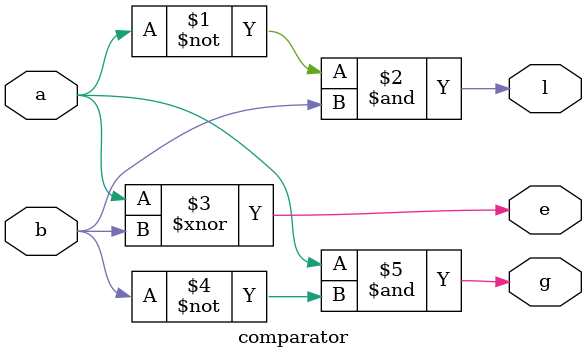
<source format=v>
`timescale 1ns / 1ps
module comparator(a,b,l,e,g );
    input a,b;
    output l,e,g;
    assign l=~a&b;
    assign e=a^~b;
    assign g=a&~b;
	 
endmodule

</source>
